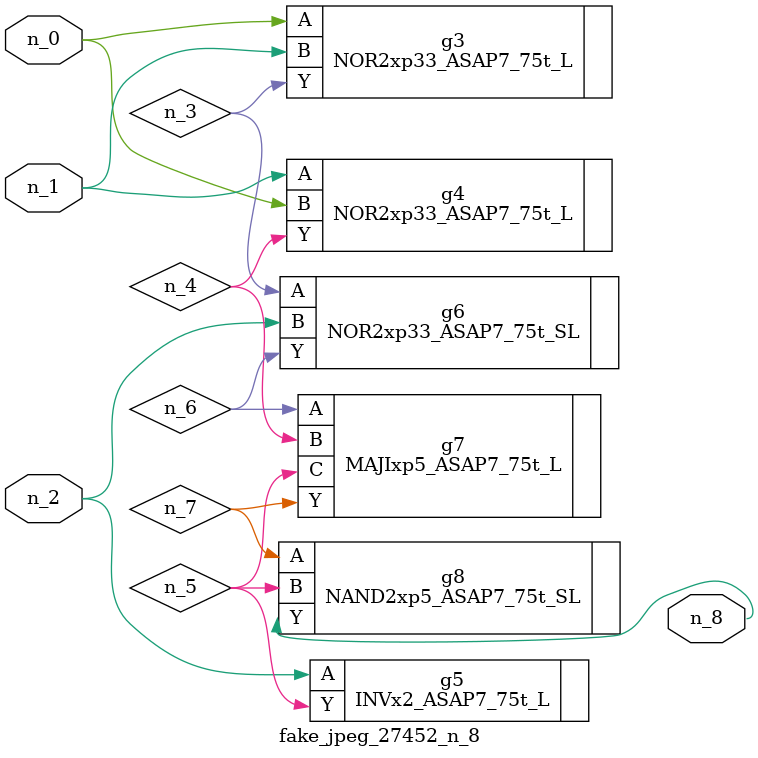
<source format=v>
module fake_jpeg_27452_n_8 (n_0, n_2, n_1, n_8);

input n_0;
input n_2;
input n_1;

output n_8;

wire n_3;
wire n_4;
wire n_6;
wire n_5;
wire n_7;

NOR2xp33_ASAP7_75t_L g3 ( 
.A(n_0),
.B(n_1),
.Y(n_3)
);

NOR2xp33_ASAP7_75t_L g4 ( 
.A(n_1),
.B(n_0),
.Y(n_4)
);

INVx2_ASAP7_75t_L g5 ( 
.A(n_2),
.Y(n_5)
);

NOR2xp33_ASAP7_75t_SL g6 ( 
.A(n_3),
.B(n_2),
.Y(n_6)
);

MAJIxp5_ASAP7_75t_L g7 ( 
.A(n_6),
.B(n_4),
.C(n_5),
.Y(n_7)
);

NAND2xp5_ASAP7_75t_SL g8 ( 
.A(n_7),
.B(n_5),
.Y(n_8)
);


endmodule
</source>
